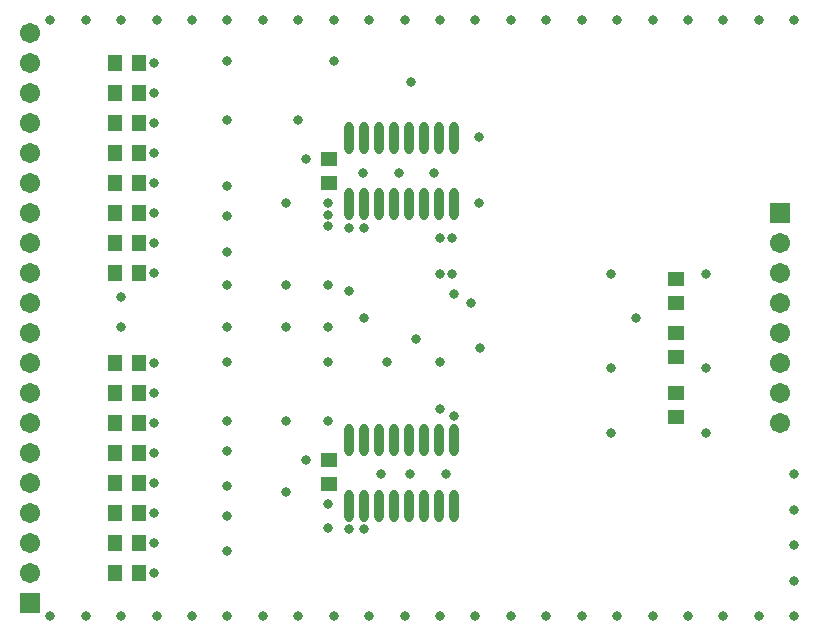
<source format=gts>
G04*
G04 #@! TF.GenerationSoftware,Altium Limited,Altium Designer,25.2.1 (25)*
G04*
G04 Layer_Color=8388736*
%FSLAX44Y44*%
%MOMM*%
G71*
G04*
G04 #@! TF.SameCoordinates,855B9A58-CFE3-4230-A620-731D9DC95041*
G04*
G04*
G04 #@! TF.FilePolarity,Negative*
G04*
G01*
G75*
%ADD18R,1.4732X1.2192*%
%ADD19O,0.8032X2.7432*%
%ADD20R,1.2192X1.4732*%
%ADD21C,1.7032*%
%ADD22R,1.7032X1.7032*%
%ADD23C,0.8032*%
D18*
X286000Y142160D02*
D03*
Y121840D02*
D03*
Y397160D02*
D03*
Y376840D02*
D03*
X580000Y275200D02*
D03*
Y295520D02*
D03*
X580000Y199000D02*
D03*
Y178680D02*
D03*
Y249800D02*
D03*
Y229480D02*
D03*
D19*
X302550Y103407D02*
D03*
X315250D02*
D03*
X327950D02*
D03*
X340650D02*
D03*
X353350D02*
D03*
X366050D02*
D03*
X378750D02*
D03*
X391450D02*
D03*
X302550Y159407D02*
D03*
X315250D02*
D03*
X327950D02*
D03*
X340650D02*
D03*
X353350D02*
D03*
X366050D02*
D03*
X378750D02*
D03*
X391450D02*
D03*
X302550Y358593D02*
D03*
X315250D02*
D03*
X327950D02*
D03*
X340650D02*
D03*
X353350D02*
D03*
X366050D02*
D03*
X378750D02*
D03*
X391450D02*
D03*
X302550Y414593D02*
D03*
X315250D02*
D03*
X327950D02*
D03*
X340650D02*
D03*
X353350D02*
D03*
X366050D02*
D03*
X378750D02*
D03*
X391450D02*
D03*
D20*
X104840Y199000D02*
D03*
X125160D02*
D03*
X104840Y224400D02*
D03*
X125160D02*
D03*
Y300600D02*
D03*
X104840D02*
D03*
X125160Y326000D02*
D03*
X104840D02*
D03*
X125160Y351400D02*
D03*
X104840D02*
D03*
X125160Y376800D02*
D03*
X104840D02*
D03*
X125160Y402200D02*
D03*
X104840D02*
D03*
X125160Y427600D02*
D03*
X104840D02*
D03*
X125160Y453000D02*
D03*
X104840D02*
D03*
X125160Y478400D02*
D03*
X104840D02*
D03*
Y46600D02*
D03*
X125160D02*
D03*
X104840Y72000D02*
D03*
X125160D02*
D03*
X104840Y97400D02*
D03*
X125160D02*
D03*
X104840Y122800D02*
D03*
X125160D02*
D03*
X104840Y148200D02*
D03*
X125160D02*
D03*
X104840Y173600D02*
D03*
X125160D02*
D03*
D21*
X32500Y224400D02*
D03*
Y122800D02*
D03*
Y148200D02*
D03*
Y46600D02*
D03*
Y72000D02*
D03*
Y97400D02*
D03*
Y173600D02*
D03*
Y199000D02*
D03*
Y249800D02*
D03*
Y275200D02*
D03*
Y300600D02*
D03*
Y326000D02*
D03*
Y351400D02*
D03*
Y376800D02*
D03*
Y402200D02*
D03*
Y427600D02*
D03*
Y453000D02*
D03*
Y478400D02*
D03*
Y503800D02*
D03*
X667500Y249800D02*
D03*
Y224400D02*
D03*
Y326000D02*
D03*
Y300600D02*
D03*
Y275200D02*
D03*
Y199000D02*
D03*
Y173600D02*
D03*
D22*
X32500Y21200D02*
D03*
X667500Y351400D02*
D03*
D23*
X200000Y225000D02*
D03*
Y318000D02*
D03*
Y349000D02*
D03*
Y374000D02*
D03*
X355772Y462257D02*
D03*
X413000Y416000D02*
D03*
X546292Y262500D02*
D03*
X414000Y237000D02*
D03*
X406000Y275000D02*
D03*
X413000Y360000D02*
D03*
X525000Y165000D02*
D03*
X605000D02*
D03*
Y220000D02*
D03*
X525000D02*
D03*
Y300000D02*
D03*
X605000D02*
D03*
X385000Y130000D02*
D03*
X355000D02*
D03*
X330000D02*
D03*
X200000Y120000D02*
D03*
Y95000D02*
D03*
Y65000D02*
D03*
X380000Y225000D02*
D03*
X335000D02*
D03*
X375000Y385000D02*
D03*
X345000D02*
D03*
X315000D02*
D03*
X380000Y185000D02*
D03*
X360000Y245000D02*
D03*
X285000Y225000D02*
D03*
Y175000D02*
D03*
Y85000D02*
D03*
Y105000D02*
D03*
X250000Y115000D02*
D03*
Y175000D02*
D03*
X200000Y150000D02*
D03*
Y175000D02*
D03*
X110000Y255000D02*
D03*
Y280000D02*
D03*
X200000Y255000D02*
D03*
Y290000D02*
D03*
X250000Y255000D02*
D03*
Y290000D02*
D03*
X390000Y300000D02*
D03*
X380000D02*
D03*
X390000Y330000D02*
D03*
X380000D02*
D03*
X285000Y255000D02*
D03*
Y290000D02*
D03*
Y340000D02*
D03*
Y350000D02*
D03*
Y360000D02*
D03*
X250000D02*
D03*
X260000Y430000D02*
D03*
X290000Y480000D02*
D03*
X200000D02*
D03*
Y430000D02*
D03*
X50000Y515000D02*
D03*
X80000D02*
D03*
X110000D02*
D03*
X140000D02*
D03*
X170000D02*
D03*
X200000D02*
D03*
X230000D02*
D03*
X260000D02*
D03*
X290000D02*
D03*
X320000D02*
D03*
X350000D02*
D03*
X380000D02*
D03*
X410000D02*
D03*
X440000D02*
D03*
X470000D02*
D03*
X500000D02*
D03*
X530000D02*
D03*
X560000D02*
D03*
X590000D02*
D03*
X620000D02*
D03*
X650000D02*
D03*
X680000D02*
D03*
X680000Y130000D02*
D03*
Y100000D02*
D03*
Y70000D02*
D03*
Y40000D02*
D03*
Y10000D02*
D03*
X650000D02*
D03*
X620000D02*
D03*
X590000D02*
D03*
X560000D02*
D03*
X530000D02*
D03*
X500000D02*
D03*
X470000D02*
D03*
X440000D02*
D03*
X410000D02*
D03*
X380000D02*
D03*
X350000D02*
D03*
X320000D02*
D03*
X290000D02*
D03*
X260000D02*
D03*
X230000D02*
D03*
X200000D02*
D03*
X170000D02*
D03*
X140000D02*
D03*
X110000D02*
D03*
X80000D02*
D03*
X50000D02*
D03*
X303000Y285000D02*
D03*
X266143Y397160D02*
D03*
Y142160D02*
D03*
X391450Y282550D02*
D03*
Y179265D02*
D03*
X137600Y46600D02*
D03*
Y72000D02*
D03*
Y97400D02*
D03*
Y122800D02*
D03*
Y148200D02*
D03*
Y173600D02*
D03*
Y199000D02*
D03*
Y224400D02*
D03*
Y300600D02*
D03*
Y326000D02*
D03*
Y351400D02*
D03*
Y376800D02*
D03*
Y402200D02*
D03*
Y427600D02*
D03*
Y453000D02*
D03*
Y478400D02*
D03*
X315250Y262500D02*
D03*
Y338735D02*
D03*
X302550D02*
D03*
X315250Y83550D02*
D03*
X302550D02*
D03*
M02*

</source>
